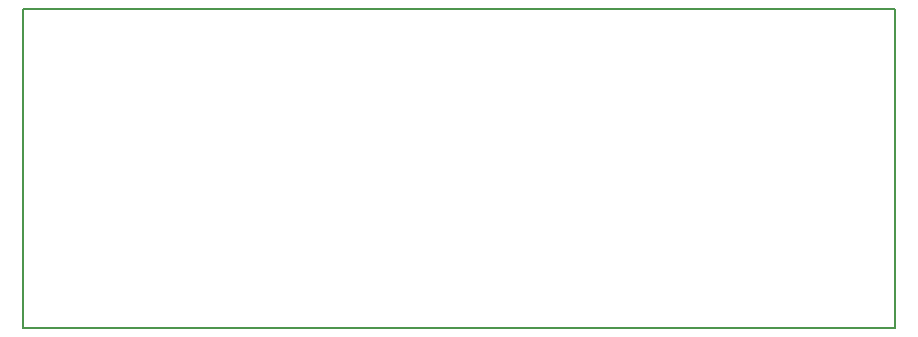
<source format=gbr>
%TF.GenerationSoftware,KiCad,Pcbnew,6.0.10-1.fc36*%
%TF.CreationDate,2023-01-12T14:27:35+01:00*%
%TF.ProjectId,wererabbit_game,77657265-7261-4626-9269-745f67616d65,rev?*%
%TF.SameCoordinates,Original*%
%TF.FileFunction,Profile,NP*%
%FSLAX46Y46*%
G04 Gerber Fmt 4.6, Leading zero omitted, Abs format (unit mm)*
G04 Created by KiCad (PCBNEW 6.0.10-1.fc36) date 2023-01-12 14:27:35*
%MOMM*%
%LPD*%
G01*
G04 APERTURE LIST*
%TA.AperFunction,Profile*%
%ADD10C,0.200000*%
%TD*%
G04 APERTURE END LIST*
D10*
X98730000Y-100000000D02*
X172540000Y-100000000D01*
X172540000Y-100000000D02*
X172540000Y-127000000D01*
X172540000Y-127000000D02*
X98730000Y-127000000D01*
X98730000Y-127000000D02*
X98730000Y-100000000D01*
M02*

</source>
